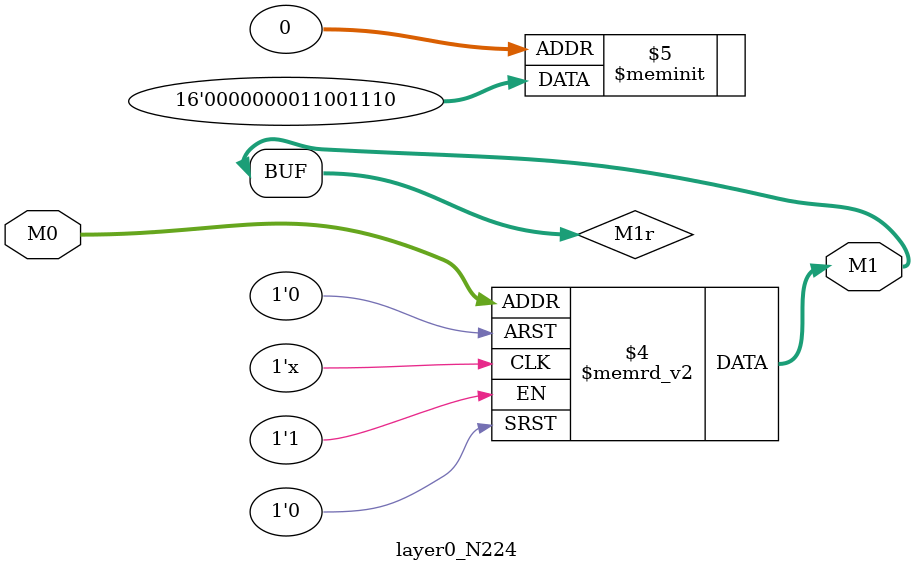
<source format=v>
module layer0_N224 ( input [2:0] M0, output [1:0] M1 );

	(*rom_style = "distributed" *) reg [1:0] M1r;
	assign M1 = M1r;
	always @ (M0) begin
		case (M0)
			3'b000: M1r = 2'b10;
			3'b100: M1r = 2'b00;
			3'b010: M1r = 2'b00;
			3'b110: M1r = 2'b00;
			3'b001: M1r = 2'b11;
			3'b101: M1r = 2'b00;
			3'b011: M1r = 2'b11;
			3'b111: M1r = 2'b00;

		endcase
	end
endmodule

</source>
